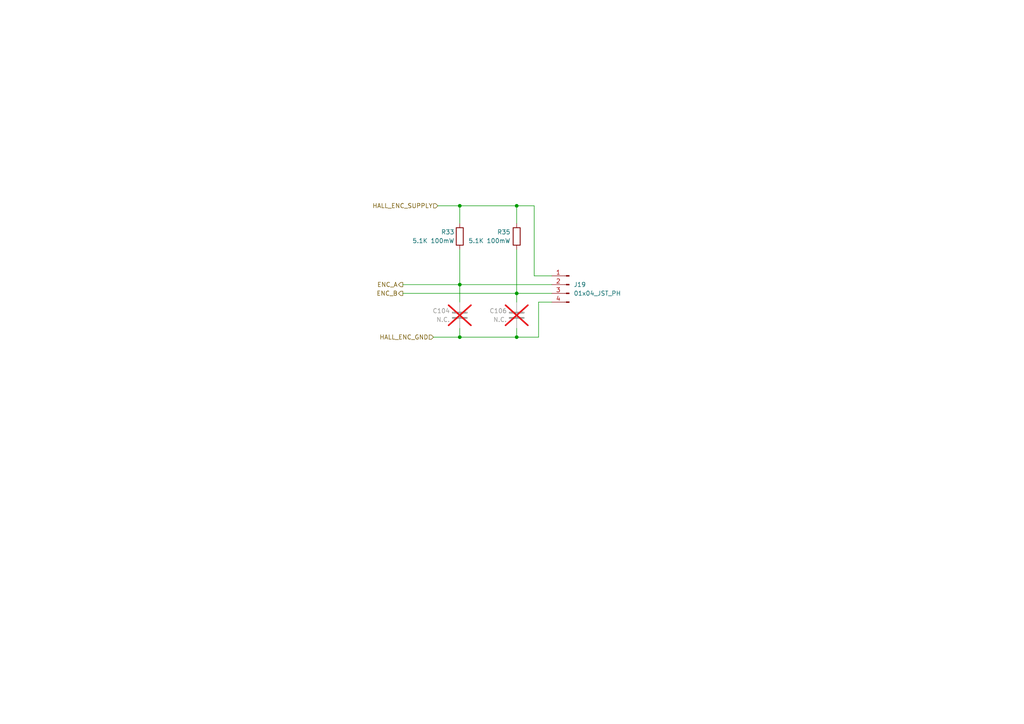
<source format=kicad_sch>
(kicad_sch (version 20250114) (generator "eeschema") (generator_version "9.0")
  (paper "A4")
  (title_block (title "Fontys adaptive robotics AGV platform.") (date "2025-03-01") (rev "V1.0") (company "Mete Han Keskin") (comment 1 "MIT License. Copyright (c) 2025 kestech.net"))
  (lib_symbols
    (symbol "Connector:Conn_01x04_Pin" (pin_names (offset 1.016) (hide yes))
      (property "Reference" "J" (at 0 5.08 0))
      (property "Value" "Conn_01x04_Pin" (at 0 -7.62 0))
      (symbol "Conn_01x04_Pin_1_1"
        (rectangle (start 0.8636 2.667) (end 0 2.413) (stroke (width 0.1524)) (fill (type outline)))
        (rectangle (start 0.8636 0.127) (end 0 -0.127) (stroke (width 0.1524)) (fill (type outline)))
        (rectangle (start 0.8636 -2.413) (end 0 -2.667) (stroke (width 0.1524)) (fill (type outline)))
        (rectangle (start 0.8636 -4.953) (end 0 -5.207) (stroke (width 0.1524)) (fill (type outline)))
        (polyline (pts (xy 1.27 2.54) (xy 0.8636 2.54)) (stroke (width 0.1524)))
        (polyline (pts (xy 1.27 0) (xy 0.8636 0)) (stroke (width 0.1524)))
        (polyline (pts (xy 1.27 -2.54) (xy 0.8636 -2.54)) (stroke (width 0.1524)))
        (polyline (pts (xy 1.27 -5.08) (xy 0.8636 -5.08)) (stroke (width 0.1524)))
        (pin passive line (at 5.08 2.54 180) (length 3.81) (name "Pin_1") (number "1"))
        (pin passive line (at 5.08 0 180) (length 3.81) (name "Pin_2") (number "2"))
        (pin passive line (at 5.08 -2.54 180) (length 3.81) (name "Pin_3") (number "3"))
        (pin passive line (at 5.08 -5.08 180) (length 3.81) (name "Pin_4") (number "4"))
      )
    )
    (symbol "Device:C" (pin_numbers (hide yes)) (pin_names (offset 0.254))
      (property "Reference" "C" (at 0.635 2.54 0))
      (property "Value" "C" (at 0.635 -2.54 0))
      (symbol "C_0_1"
        (polyline (pts (xy -2.032 0.762) (xy 2.032 0.762)) (stroke (width 0.508)))
        (polyline (pts (xy -2.032 -0.762) (xy 2.032 -0.762)) (stroke (width 0.508)))
      )
      (symbol "C_1_1"
        (pin passive line (at 0 3.81 270) (length 2.794) (name "~") (number "1"))
        (pin passive line (at 0 -3.81 90) (length 2.794) (name "~") (number "2"))
      )
    )
    (symbol "Device:R" (pin_numbers (hide yes)) (pin_names (offset 0))
      (property "Reference" "R" (at 2.032 0 90))
      (property "Value" "R" (at 0 0 90))
      (symbol "R_0_1"
        (rectangle (start -1.016 -2.54) (end 1.016 2.54) (stroke (width 0.254)))
      )
      (symbol "R_1_1"
        (pin passive line (at 0 3.81 270) (length 1.27) (name "~") (number "1"))
        (pin passive line (at 0 -3.81 90) (length 1.27) (name "~") (number "2"))
      )
    )
  )
  (junction (at 149.86 97.79))
  (junction (at 149.86 59.69))
  (junction (at 149.86 85.09))
  (junction (at 133.35 82.55))
  (junction (at 133.35 59.69))
  (junction (at 133.35 97.79))
  (wire (pts (xy 133.35 95.25) (xy 133.35 97.79)))
  (wire (pts (xy 154.94 59.69) (xy 154.94 80.01)))
  (wire (pts (xy 116.84 82.55) (xy 133.35 82.55)))
  (wire (pts (xy 125.73 97.79) (xy 133.35 97.79)))
  (wire (pts (xy 116.84 85.09) (xy 149.86 85.09)))
  (wire (pts (xy 156.21 97.79) (xy 156.21 87.63)))
  (wire (pts (xy 127 59.69) (xy 133.35 59.69)))
  (wire (pts (xy 154.94 80.01) (xy 160.02 80.01)))
  (wire (pts (xy 149.86 59.69) (xy 154.94 59.69)))
  (wire (pts (xy 149.86 97.79) (xy 156.21 97.79)))
  (wire (pts (xy 133.35 82.55) (xy 160.02 82.55)))
  (wire (pts (xy 156.21 87.63) (xy 160.02 87.63)))
  (wire (pts (xy 133.35 87.63) (xy 133.35 82.55)))
  (wire (pts (xy 149.86 59.69) (xy 149.86 64.77)))
  (wire (pts (xy 149.86 72.39) (xy 149.86 85.09)))
  (wire (pts (xy 149.86 85.09) (xy 149.86 87.63)))
  (wire (pts (xy 133.35 59.69) (xy 149.86 59.69)))
  (wire (pts (xy 133.35 97.79) (xy 149.86 97.79)))
  (wire (pts (xy 133.35 72.39) (xy 133.35 82.55)))
  (wire (pts (xy 133.35 64.77) (xy 133.35 59.69)))
  (wire (pts (xy 149.86 95.25) (xy 149.86 97.79)))
  (wire (pts (xy 149.86 85.09) (xy 160.02 85.09)))
  (hierarchical_label "ENC_A" (shape output) (at 116.84 82.55 180))
  (hierarchical_label "HALL_ENC_GND" (shape input) (at 125.73 97.79 180))
  (hierarchical_label "HALL_ENC_SUPPLY" (shape input) (at 127 59.69 180))
  (hierarchical_label "ENC_B" (shape output) (at 116.84 85.09 180))
  (symbol (lib_id "Connector:Conn_01x04_Pin") (at 165.1 82.55 0) (mirror y) (unit 1)
    (property "Reference" "J12" (at 166.37 82.5499 0) (effects (justify right)))
    (property "Value" "01x04_JST_PH" (at 166.37 85.0899 0) (effects (justify right)))
    (property "Footprint" "Connector_JST:JST_PH_B4B-PH-K_1x04_P2.00mm_Vertical" (effects (hide yes)))
    (property "Description" "Generic connector, single row, 01x04, script generated" (effects (hide yes)))
    (property "tinytronics sku" "004215" (effects (hide yes)))
    (instances (project "controller_mainboard" (path "" (reference "J19") (unit 1)) (path "" (reference "J20") (unit 1)) (path "" (reference "J12") (unit 1)) (path "" (reference "J16") (unit 1))))
  )
  (symbol (lib_id "Device:R") (at 133.35 68.58 0) (mirror x) (unit 1)
    (property "Reference" "R29" (at 131.826 67.31 0) (effects (justify right)))
    (property "Value" "5.1K 100mW" (at 131.826 69.85 0) (effects (justify right)))
    (property "Footprint" "Capacitor_SMD:C_0603_1608Metric" (effects (hide yes)))
    (property "Description" "Resistor" (effects (hide yes)))
    (property "JLCPCB" "C23186" (effects (hide yes)))
    (instances (project "controller_mainboard" (path "" (reference "R33") (unit 1)) (path "" (reference "R34") (unit 1)) (path "" (reference "R29") (unit 1)) (path "" (reference "R31") (unit 1))))
  )
  (symbol (lib_id "Device:R") (at 149.86 68.58 180) (unit 1)
    (property "Reference" "R30" (at 148.082 67.31 0) (effects (justify left)))
    (property "Value" "5.1K 100mW" (at 148.082 69.85 0) (effects (justify left)))
    (property "Footprint" "Capacitor_SMD:C_0603_1608Metric" (effects (hide yes)))
    (property "Description" "Resistor" (effects (hide yes)))
    (property "JLCPCB" "C23186" (effects (hide yes)))
    (instances (project "controller_mainboard" (path "" (reference "R35") (unit 1)) (path "" (reference "R68") (unit 1)) (path "" (reference "R30") (unit 1)) (path "" (reference "R32") (unit 1))))
  )
  (symbol (lib_id "Device:C") (at 149.86 91.44 0) (mirror x) (unit 1) (dnp yes)
    (property "Reference" "C101" (at 147.066 90.17 0) (effects (justify right)))
    (property "Value" "N.C." (at 147.066 92.71 0) (effects (justify right)))
    (property "Footprint" "Capacitor_SMD:C_0603_1608Metric" (effects (hide yes)))
    (property "Datasheet" "https://jlcpcb.com/api/file/downloadByFileSystemAccessId/8579707083955945472" (effects (hide yes)))
    (property "Description" "Unpolarized capacitor" (effects (hide yes)))
    (instances (project "controller_mainboard" (path "" (reference "C106") (unit 1)) (path "" (reference "C107") (unit 1)) (path "" (reference "C101") (unit 1)) (path "" (reference "C103") (unit 1))))
  )
  (symbol (lib_id "Device:C") (at 133.35 91.44 0) (mirror x) (unit 1) (dnp yes)
    (property "Reference" "C100" (at 130.556 90.17 0) (effects (justify right)))
    (property "Value" "N.C." (at 130.556 92.71 0) (effects (justify right)))
    (property "Footprint" "Capacitor_SMD:C_0603_1608Metric" (effects (hide yes)))
    (property "Datasheet" "https://jlcpcb.com/api/file/downloadByFileSystemAccessId/8579707083955945472" (effects (hide yes)))
    (property "Description" "Unpolarized capacitor" (effects (hide yes)))
    (instances (project "controller_mainboard" (path "" (reference "C104") (unit 1)) (path "" (reference "C105") (unit 1)) (path "" (reference "C100") (unit 1)) (path "" (reference "C102") (unit 1))))
  )
)
</source>
